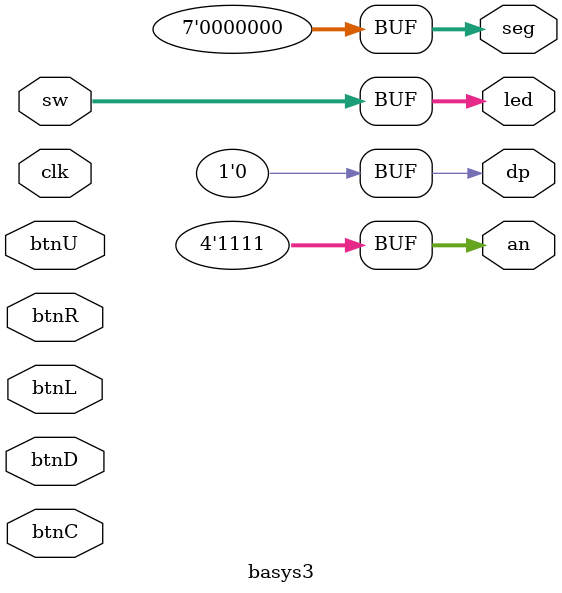
<source format=v>
module basys3
(
    input         clk,

    input         btnC,
    input         btnU,
    input         btnL,
    input         btnR,
    input         btnD,

    input  [15:0] sw,

    output [15:0] led,

    output [ 6:0] seg,
    output        dp,
    output [ 3:0] an
);

    assign led [ 0] = sw [ 0];
    assign led [ 1] = sw [ 1];
    assign led [ 2] = sw [ 2];
    assign led [ 3] = sw [ 3];
    assign led [ 4] = sw [ 4];
    assign led [ 5] = sw [ 5];
    assign led [ 6] = sw [ 6];
    assign led [ 7] = sw [ 7];
    assign led [ 8] = sw [ 8];
    assign led [ 9] = sw [ 9];
    assign led [10] = sw [10];
    assign led [11] = sw [11];
    assign led [12] = sw [12];
    assign led [13] = sw [13];
    assign led [14] = sw [14];
    assign led [15] = sw [15];

    assign seg = 7'b0;
    assign dp  = 1'b0;
    assign an  = 4'hf;

endmodule

</source>
